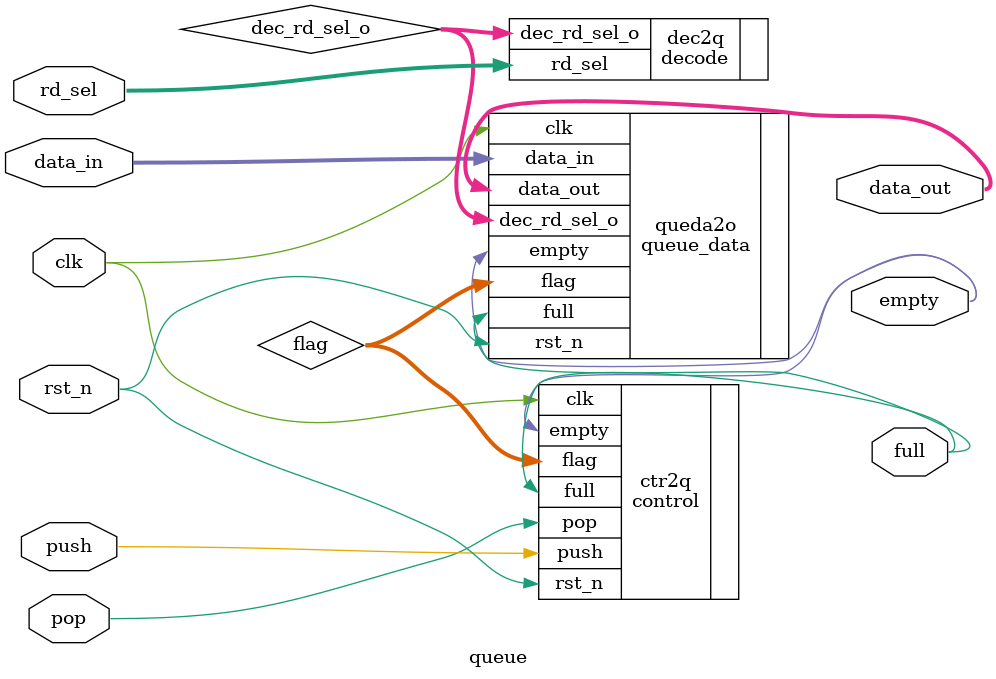
<source format=v>
`timescale 1ns / 1ps


module queue(
clk, rst_n, push, pop, rd_sel, data_in, data_out, full, empty
    );
input clk;
input rst_n;
input push;
input pop;
input [3:0] rd_sel;
input [5:0] data_in;
output wire[5:0] data_out;
output wire full;
output wire empty;
wire [1:0] flag;
wire [1:0] dec_rd_sel_o;
control ctr2q(.clk(clk), .rst_n(rst_n), .push(push), .pop(pop), .full(full), .empty(empty), .flag(flag));
decode dec2q(.rd_sel(rd_sel), .dec_rd_sel_o(dec_rd_sel_o));
queue_data queda2o(.clk(clk), .rst_n(rst_n), .data_in(data_in), .dec_rd_sel_o(dec_rd_sel_o), .flag(flag), .full(full), .empty(empty), .data_out(data_out));
endmodule

</source>
